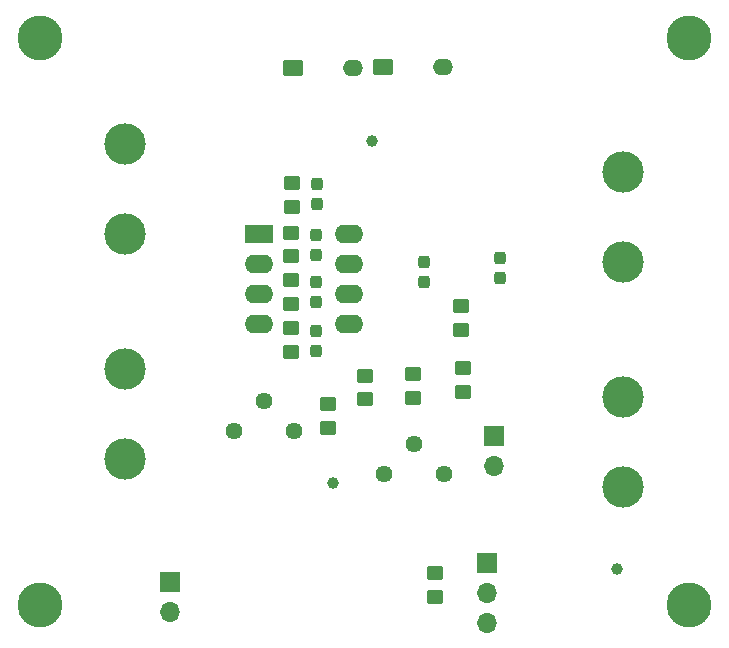
<source format=gbr>
%TF.GenerationSoftware,KiCad,Pcbnew,(6.0.11)*%
%TF.CreationDate,2023-02-15T13:18:50+01:00*%
%TF.ProjectId,FringeLocker,4672696e-6765-44c6-9f63-6b65722e6b69,0.1*%
%TF.SameCoordinates,Original*%
%TF.FileFunction,Soldermask,Bot*%
%TF.FilePolarity,Negative*%
%FSLAX46Y46*%
G04 Gerber Fmt 4.6, Leading zero omitted, Abs format (unit mm)*
G04 Created by KiCad (PCBNEW (6.0.11)) date 2023-02-15 13:18:50*
%MOMM*%
%LPD*%
G01*
G04 APERTURE LIST*
G04 Aperture macros list*
%AMRoundRect*
0 Rectangle with rounded corners*
0 $1 Rounding radius*
0 $2 $3 $4 $5 $6 $7 $8 $9 X,Y pos of 4 corners*
0 Add a 4 corners polygon primitive as box body*
4,1,4,$2,$3,$4,$5,$6,$7,$8,$9,$2,$3,0*
0 Add four circle primitives for the rounded corners*
1,1,$1+$1,$2,$3*
1,1,$1+$1,$4,$5*
1,1,$1+$1,$6,$7*
1,1,$1+$1,$8,$9*
0 Add four rect primitives between the rounded corners*
20,1,$1+$1,$2,$3,$4,$5,0*
20,1,$1+$1,$4,$5,$6,$7,0*
20,1,$1+$1,$6,$7,$8,$9,0*
20,1,$1+$1,$8,$9,$2,$3,0*%
G04 Aperture macros list end*
%ADD10C,3.800000*%
%ADD11C,1.000000*%
%ADD12C,1.440000*%
%ADD13R,1.700000X1.700000*%
%ADD14O,1.700000X1.700000*%
%ADD15C,3.500000*%
%ADD16O,2.400000X1.600000*%
%ADD17R,2.400000X1.600000*%
%ADD18RoundRect,0.237500X-0.237500X0.300000X-0.237500X-0.300000X0.237500X-0.300000X0.237500X0.300000X0*%
%ADD19RoundRect,0.250000X-0.450000X0.350000X-0.450000X-0.350000X0.450000X-0.350000X0.450000X0.350000X0*%
%ADD20RoundRect,0.250000X0.450000X-0.350000X0.450000X0.350000X-0.450000X0.350000X-0.450000X-0.350000X0*%
%ADD21RoundRect,0.249200X-0.600800X-0.450800X0.600800X-0.450800X0.600800X0.450800X-0.600800X0.450800X0*%
%ADD22O,1.700000X1.400000*%
G04 APERTURE END LIST*
D10*
%TO.C,REF3*%
X164500000Y-104500000D03*
%TD*%
%TO.C,REF4*%
X109500000Y-104500000D03*
%TD*%
%TO.C,REF2*%
X164500000Y-56500000D03*
%TD*%
%TO.C,REF1*%
X109500000Y-56500000D03*
%TD*%
D11*
%TO.C,TP2*%
X158400000Y-101500000D03*
%TD*%
D12*
%TO.C,RV2*%
X138645000Y-93437500D03*
X141185000Y-90897500D03*
X143725000Y-93437500D03*
%TD*%
D13*
%TO.C,J1*%
X147945000Y-90212500D03*
D14*
X147945000Y-92752500D03*
%TD*%
D15*
%TO.C,BH1*%
X158850000Y-67880000D03*
X158850000Y-75500000D03*
X158850000Y-86880000D03*
X158850000Y-94500000D03*
%TD*%
D13*
%TO.C,J3*%
X147400000Y-100920000D03*
D14*
X147400000Y-103460000D03*
X147400000Y-106000000D03*
%TD*%
D12*
%TO.C,RV1*%
X125920000Y-89762500D03*
X128460000Y-87222500D03*
X131000000Y-89762500D03*
%TD*%
D11*
%TO.C,TP1*%
X134300000Y-94200000D03*
%TD*%
D16*
%TO.C,SW1*%
X128075000Y-80757500D03*
X128075000Y-78217500D03*
X128075000Y-75677500D03*
D17*
X128075000Y-73137500D03*
D16*
X135695000Y-80757500D03*
X135695000Y-78217500D03*
X135695000Y-75677500D03*
X135695000Y-73137500D03*
%TD*%
D13*
%TO.C,J2*%
X120500000Y-102605000D03*
D14*
X120500000Y-105145000D03*
%TD*%
D11*
%TO.C,TP3*%
X137600000Y-65200000D03*
%TD*%
D15*
%TO.C,BH2*%
X116700000Y-92120000D03*
X116700000Y-84500000D03*
X116700000Y-73120000D03*
X116700000Y-65500000D03*
%TD*%
D18*
%TO.C,C3*%
X132895000Y-77137500D03*
X132895000Y-78862500D03*
%TD*%
%TO.C,C5*%
X142000000Y-75437500D03*
X142000000Y-77162500D03*
%TD*%
D19*
%TO.C,R2*%
X137045000Y-85087500D03*
X137045000Y-87087500D03*
%TD*%
%TO.C,R10*%
X143000000Y-101800000D03*
X143000000Y-103800000D03*
%TD*%
D20*
%TO.C,R8*%
X130795000Y-79037500D03*
X130795000Y-77037500D03*
%TD*%
%TO.C,R7*%
X130795000Y-74987500D03*
X130795000Y-72987500D03*
%TD*%
D18*
%TO.C,C6*%
X148500000Y-75137500D03*
X148500000Y-76862500D03*
%TD*%
D20*
%TO.C,R9*%
X130795000Y-83087500D03*
X130795000Y-81087500D03*
%TD*%
%TO.C,R4*%
X133895000Y-89537500D03*
X133895000Y-87537500D03*
%TD*%
D18*
%TO.C,C1*%
X132945000Y-68837500D03*
X132945000Y-70562500D03*
%TD*%
D20*
%TO.C,R5*%
X145295000Y-86487500D03*
X145295000Y-84487500D03*
%TD*%
D21*
%TO.C,D2*%
X138520000Y-59000000D03*
D22*
X143600000Y-59000000D03*
%TD*%
D20*
%TO.C,R6*%
X130845000Y-70787500D03*
X130845000Y-68787500D03*
%TD*%
D18*
%TO.C,C2*%
X132895000Y-73187500D03*
X132895000Y-74912500D03*
%TD*%
D19*
%TO.C,R1*%
X141095000Y-84987500D03*
X141095000Y-86987500D03*
%TD*%
D18*
%TO.C,C4*%
X132895000Y-81287500D03*
X132895000Y-83012500D03*
%TD*%
D19*
%TO.C,R3*%
X145195000Y-79237500D03*
X145195000Y-81237500D03*
%TD*%
D21*
%TO.C,D1*%
X130970000Y-59050000D03*
D22*
X136050000Y-59050000D03*
%TD*%
M02*

</source>
